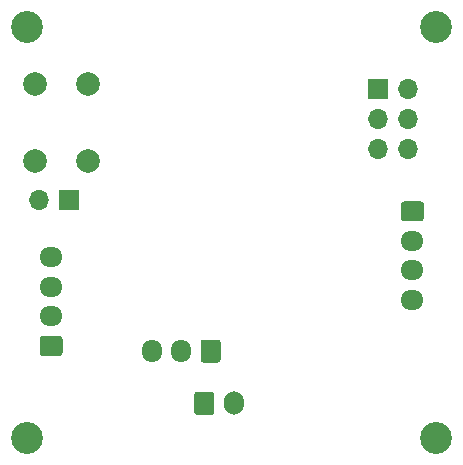
<source format=gbr>
%TF.GenerationSoftware,KiCad,Pcbnew,(5.1.10)-1*%
%TF.CreationDate,2021-08-06T22:26:06+02:00*%
%TF.ProjectId,board,626f6172-642e-46b6-9963-61645f706362,0.2*%
%TF.SameCoordinates,Original*%
%TF.FileFunction,Soldermask,Bot*%
%TF.FilePolarity,Negative*%
%FSLAX46Y46*%
G04 Gerber Fmt 4.6, Leading zero omitted, Abs format (unit mm)*
G04 Created by KiCad (PCBNEW (5.1.10)-1) date 2021-08-06 22:26:06*
%MOMM*%
%LPD*%
G01*
G04 APERTURE LIST*
%ADD10C,2.000000*%
%ADD11O,1.700000X1.700000*%
%ADD12R,1.700000X1.700000*%
%ADD13O,1.700000X2.000000*%
%ADD14C,2.700000*%
%ADD15O,1.950000X1.700000*%
%ADD16O,1.700000X1.950000*%
G04 APERTURE END LIST*
D10*
%TO.C,SW1*%
X58370000Y-28540000D03*
X62870000Y-28540000D03*
X58370000Y-35040000D03*
X62870000Y-35040000D03*
%TD*%
D11*
%TO.C,J6*%
X89980000Y-34090000D03*
X87440000Y-34090000D03*
X89980000Y-31550000D03*
X87440000Y-31550000D03*
X89980000Y-29010000D03*
D12*
X87440000Y-29010000D03*
%TD*%
D13*
%TO.C,J5*%
X75220000Y-55600000D03*
G36*
G01*
X71870000Y-56350000D02*
X71870000Y-54850000D01*
G75*
G02*
X72120000Y-54600000I250000J0D01*
G01*
X73320000Y-54600000D01*
G75*
G02*
X73570000Y-54850000I0J-250000D01*
G01*
X73570000Y-56350000D01*
G75*
G02*
X73320000Y-56600000I-250000J0D01*
G01*
X72120000Y-56600000D01*
G75*
G02*
X71870000Y-56350000I0J250000D01*
G01*
G37*
%TD*%
D14*
%TO.C,2*%
X92340000Y-58520000D03*
%TD*%
%TO.C,3*%
X57710000Y-58530000D03*
%TD*%
%TO.C,4*%
X57750000Y-23730000D03*
%TD*%
%TO.C,1*%
X92330000Y-23740000D03*
%TD*%
D11*
%TO.C,J4*%
X58730000Y-38410000D03*
D12*
X61270000Y-38410000D03*
%TD*%
D15*
%TO.C,J3*%
X59750000Y-43240000D03*
X59750000Y-45740000D03*
X59750000Y-48240000D03*
G36*
G01*
X60475000Y-51590000D02*
X59025000Y-51590000D01*
G75*
G02*
X58775000Y-51340000I0J250000D01*
G01*
X58775000Y-50140000D01*
G75*
G02*
X59025000Y-49890000I250000J0D01*
G01*
X60475000Y-49890000D01*
G75*
G02*
X60725000Y-50140000I0J-250000D01*
G01*
X60725000Y-51340000D01*
G75*
G02*
X60475000Y-51590000I-250000J0D01*
G01*
G37*
%TD*%
%TO.C,J2*%
X90340000Y-46850000D03*
X90340000Y-44350000D03*
X90340000Y-41850000D03*
G36*
G01*
X89615000Y-38500000D02*
X91065000Y-38500000D01*
G75*
G02*
X91315000Y-38750000I0J-250000D01*
G01*
X91315000Y-39950000D01*
G75*
G02*
X91065000Y-40200000I-250000J0D01*
G01*
X89615000Y-40200000D01*
G75*
G02*
X89365000Y-39950000I0J250000D01*
G01*
X89365000Y-38750000D01*
G75*
G02*
X89615000Y-38500000I250000J0D01*
G01*
G37*
%TD*%
D16*
%TO.C,J1*%
X68260000Y-51170000D03*
X70760000Y-51170000D03*
G36*
G01*
X74110000Y-50445000D02*
X74110000Y-51895000D01*
G75*
G02*
X73860000Y-52145000I-250000J0D01*
G01*
X72660000Y-52145000D01*
G75*
G02*
X72410000Y-51895000I0J250000D01*
G01*
X72410000Y-50445000D01*
G75*
G02*
X72660000Y-50195000I250000J0D01*
G01*
X73860000Y-50195000D01*
G75*
G02*
X74110000Y-50445000I0J-250000D01*
G01*
G37*
%TD*%
M02*

</source>
